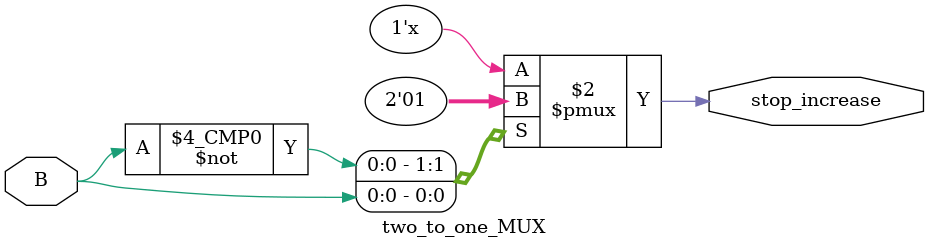
<source format=v>
module two_to_one_MUX(
    input B,
    output reg stop_increase
);
    always @ (*) begin
        case(B)
            1'b0: stop_increase = 0;
            1'b1: stop_increase = 1;
        endcase
    end
endmodule
</source>
